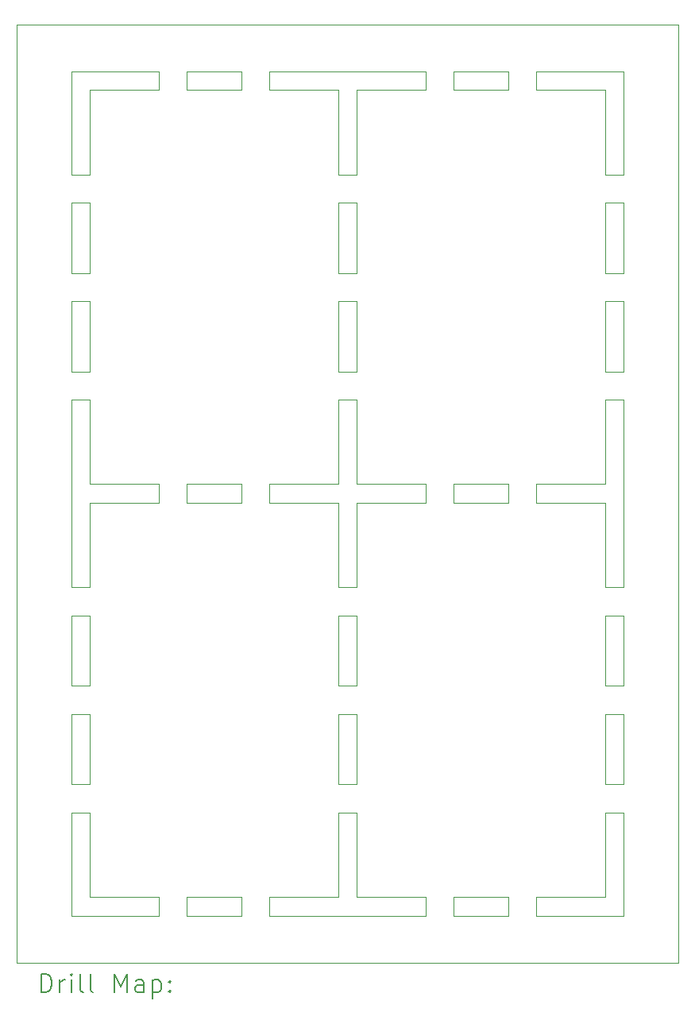
<source format=gbr>
%TF.GenerationSoftware,KiCad,Pcbnew,9.0.4*%
%TF.CreationDate,2025-08-20T18:38:41-04:00*%
%TF.ProjectId,jlc_pcba,6a6c635f-7063-4626-912e-6b696361645f,rev?*%
%TF.SameCoordinates,Original*%
%TF.FileFunction,Drillmap*%
%TF.FilePolarity,Positive*%
%FSLAX45Y45*%
G04 Gerber Fmt 4.5, Leading zero omitted, Abs format (unit mm)*
G04 Created by KiCad (PCBNEW 9.0.4) date 2025-08-20 18:38:41*
%MOMM*%
%LPD*%
G01*
G04 APERTURE LIST*
%ADD10C,0.100000*%
%ADD11C,0.200000*%
G04 APERTURE END LIST*
D10*
X5237000Y-500000D02*
X5237000Y-700000D01*
X4655000Y-5000100D02*
X4655000Y-4999900D01*
X577000Y-2950000D02*
X777000Y-2950000D01*
X6269000Y-2950000D02*
X6469000Y-2950000D01*
X6269000Y-7050000D02*
X6269000Y-6300000D01*
X3523100Y-2950000D02*
X3623000Y-2950000D01*
X777000Y-7050000D02*
X577000Y-7050000D01*
X577000Y-1600000D02*
X577000Y-500000D01*
X3623000Y-2950000D02*
X3623000Y-3700000D01*
X2691000Y-5000100D02*
X2691000Y-4999900D01*
X3522900Y-1900000D02*
X3523100Y-1900000D01*
X3423000Y-8400000D02*
X3522900Y-8400000D01*
X2391000Y-700000D02*
X1809000Y-700000D01*
X5237000Y-9300000D02*
X5237000Y-9500000D01*
X577000Y-7050000D02*
X577000Y-6300000D01*
X3523100Y-4000000D02*
X3623000Y-4000000D01*
X3423000Y-5100000D02*
X2691000Y-5100000D01*
X3522900Y-8400000D02*
X3523100Y-8400000D01*
X3423000Y-9300000D02*
X3423000Y-8400000D01*
X3623000Y-7050000D02*
X3523100Y-7050000D01*
X4655000Y-4999900D02*
X4655000Y-4900000D01*
X777000Y-2950000D02*
X777000Y-3700000D01*
X6469000Y-6300000D02*
X6469000Y-7050000D01*
X6469000Y-7350000D02*
X6469000Y-8100000D01*
X3423000Y-1600000D02*
X3423000Y-700000D01*
X1509000Y-4900000D02*
X1509000Y-4999900D01*
X2391000Y-5100000D02*
X1809000Y-5100000D01*
X3423000Y-7350000D02*
X3522900Y-7350000D01*
X4355000Y-9300000D02*
X4355000Y-9500000D01*
X1509000Y-700000D02*
X777000Y-700000D01*
X0Y0D02*
X0Y-10000000D01*
X3523100Y-3700000D02*
X3522900Y-3700000D01*
X5537000Y-5100000D02*
X5537000Y-5000100D01*
X1809000Y-700000D02*
X1809000Y-500000D01*
X777000Y-9300000D02*
X1509000Y-9300000D01*
X3423000Y-7050000D02*
X3423000Y-6300000D01*
X2391000Y-4999900D02*
X2391000Y-5000100D01*
X3623000Y-1600000D02*
X3523100Y-1600000D01*
X3522900Y-8100000D02*
X3423000Y-8100000D01*
X577000Y-8100000D02*
X577000Y-7350000D01*
X6469000Y-1900000D02*
X6469000Y-2650000D01*
X3522900Y-2950000D02*
X3523100Y-2950000D01*
X3522900Y-6300000D02*
X3523100Y-6300000D01*
X3623000Y-2650000D02*
X3523100Y-2650000D01*
X6269000Y-6000000D02*
X6269000Y-5100000D01*
X0Y-10000000D02*
X7046000Y-10000000D01*
X6469000Y-4000000D02*
X6469000Y-6000000D01*
X2391000Y-9500000D02*
X1809000Y-9500000D01*
X577000Y-6000000D02*
X577000Y-4000000D01*
X5237000Y-4900000D02*
X5237000Y-4999900D01*
X3623000Y-3700000D02*
X3523100Y-3700000D01*
X3623000Y-8100000D02*
X3523100Y-8100000D01*
X777000Y-7350000D02*
X777000Y-8100000D01*
X6469000Y-9500000D02*
X5537000Y-9500000D01*
X777000Y-8400000D02*
X777000Y-9300000D01*
X5537000Y-5000100D02*
X5537000Y-4999900D01*
X3423000Y-700000D02*
X2691000Y-700000D01*
X6269000Y-700000D02*
X5537000Y-700000D01*
X577000Y-500000D02*
X1509000Y-500000D01*
X6269000Y-1600000D02*
X6269000Y-700000D01*
X577000Y-7350000D02*
X777000Y-7350000D01*
X4655000Y-9500000D02*
X4655000Y-9300000D01*
X3523100Y-8100000D02*
X3522900Y-8100000D01*
X6469000Y-2650000D02*
X6269000Y-2650000D01*
X6269000Y-7350000D02*
X6469000Y-7350000D01*
X4655000Y-9300000D02*
X5237000Y-9300000D01*
X1809000Y-9300000D02*
X2391000Y-9300000D01*
X3522900Y-7350000D02*
X3523100Y-7350000D01*
X777000Y-6000000D02*
X577000Y-6000000D01*
X3523100Y-6000000D02*
X3522900Y-6000000D01*
X2391000Y-4900000D02*
X2391000Y-4999900D01*
X6269000Y-8100000D02*
X6269000Y-7350000D01*
X2691000Y-5100000D02*
X2691000Y-5000100D01*
X5537000Y-4999900D02*
X5537000Y-4900000D01*
X6269000Y-2650000D02*
X6269000Y-1900000D01*
X777000Y-6300000D02*
X777000Y-7050000D01*
X6269000Y-6300000D02*
X6469000Y-6300000D01*
X1509000Y-4999900D02*
X1509000Y-5000100D01*
X3623000Y-700000D02*
X3623000Y-1600000D01*
X1509000Y-5100000D02*
X777000Y-5100000D01*
X3522900Y-2650000D02*
X3423000Y-2650000D01*
X1809000Y-4900000D02*
X2391000Y-4900000D01*
X4655000Y-5100000D02*
X4655000Y-5000100D01*
X777000Y-3700000D02*
X577000Y-3700000D01*
X3522900Y-4000000D02*
X3523100Y-4000000D01*
X2691000Y-4999900D02*
X2691000Y-4900000D01*
X1809000Y-5100000D02*
X1809000Y-5000100D01*
X6269000Y-4900000D02*
X6269000Y-4000000D01*
X777000Y-1600000D02*
X577000Y-1600000D01*
X6269000Y-3700000D02*
X6269000Y-2950000D01*
X3522900Y-7050000D02*
X3423000Y-7050000D01*
X577000Y-4000000D02*
X777000Y-4000000D01*
X6269000Y-5100000D02*
X5537000Y-5100000D01*
X3522900Y-3700000D02*
X3423000Y-3700000D01*
X3522900Y-6000000D02*
X3423000Y-6000000D01*
X577000Y-6300000D02*
X777000Y-6300000D01*
X777000Y-4000000D02*
X777000Y-4900000D01*
X6469000Y-6000000D02*
X6269000Y-6000000D01*
X6469000Y-7050000D02*
X6269000Y-7050000D01*
X3623000Y-9300000D02*
X4355000Y-9300000D01*
X2691000Y-9500000D02*
X2691000Y-9300000D01*
X6469000Y-8100000D02*
X6269000Y-8100000D01*
X1509000Y-500000D02*
X1509000Y-700000D01*
X5537000Y-9300000D02*
X6269000Y-9300000D01*
X577000Y-1900000D02*
X777000Y-1900000D01*
X2691000Y-700000D02*
X2691000Y-500000D01*
X2691000Y-9300000D02*
X3423000Y-9300000D01*
X6469000Y-500000D02*
X6469000Y-1600000D01*
X6269000Y-8400000D02*
X6469000Y-8400000D01*
X577000Y-2650000D02*
X577000Y-1900000D01*
X777000Y-2650000D02*
X577000Y-2650000D01*
X777000Y-700000D02*
X777000Y-1600000D01*
X777000Y-4900000D02*
X1509000Y-4900000D01*
X1809000Y-4999900D02*
X1809000Y-4900000D01*
X6269000Y-9300000D02*
X6269000Y-8400000D01*
X3623000Y-1900000D02*
X3623000Y-2650000D01*
X3423000Y-2650000D02*
X3423000Y-1900000D01*
X1809000Y-9500000D02*
X1809000Y-9300000D01*
X577000Y-8400000D02*
X777000Y-8400000D01*
X1509000Y-5000100D02*
X1509000Y-5100000D01*
X577000Y-3700000D02*
X577000Y-2950000D01*
X4355000Y-4900000D02*
X4355000Y-4999900D01*
X3423000Y-6000000D02*
X3423000Y-5100000D01*
X3523100Y-2650000D02*
X3522900Y-2650000D01*
X4355000Y-5000100D02*
X4355000Y-5100000D01*
X3623000Y-6000000D02*
X3523100Y-6000000D01*
X5537000Y-4900000D02*
X6269000Y-4900000D01*
X3423000Y-1900000D02*
X3522900Y-1900000D01*
X2391000Y-500000D02*
X2391000Y-700000D01*
X6469000Y-2950000D02*
X6469000Y-3700000D01*
X1509000Y-9500000D02*
X577000Y-9500000D01*
X5237000Y-5000100D02*
X5237000Y-5100000D01*
X3523100Y-6300000D02*
X3623000Y-6300000D01*
X2691000Y-4900000D02*
X3423000Y-4900000D01*
X577000Y-9500000D02*
X577000Y-8400000D01*
X6469000Y-8400000D02*
X6469000Y-9500000D01*
X1809000Y-5000100D02*
X1809000Y-4999900D01*
X5237000Y-9500000D02*
X4655000Y-9500000D01*
X3623000Y-7350000D02*
X3623000Y-8100000D01*
X777000Y-1900000D02*
X777000Y-2650000D01*
X4355000Y-500000D02*
X4355000Y-700000D01*
X5237000Y-5100000D02*
X4655000Y-5100000D01*
X1809000Y-500000D02*
X2391000Y-500000D01*
X5237000Y-700000D02*
X4655000Y-700000D01*
X6269000Y-1900000D02*
X6469000Y-1900000D01*
X777000Y-8100000D02*
X577000Y-8100000D01*
X2391000Y-5000100D02*
X2391000Y-5100000D01*
X3522900Y-1600000D02*
X3423000Y-1600000D01*
X4355000Y-9500000D02*
X2691000Y-9500000D01*
X7046000Y-10000000D02*
X7046000Y0D01*
X5537000Y-700000D02*
X5537000Y-500000D01*
X3423000Y-3700000D02*
X3423000Y-2950000D01*
X2391000Y-9300000D02*
X2391000Y-9500000D01*
X1509000Y-9300000D02*
X1509000Y-9500000D01*
X4655000Y-4900000D02*
X5237000Y-4900000D01*
X3423000Y-2950000D02*
X3522900Y-2950000D01*
X3623000Y-5100000D02*
X3623000Y-6000000D01*
X7046000Y0D02*
X0Y0D01*
X4355000Y-5100000D02*
X3623000Y-5100000D01*
X3623000Y-8400000D02*
X3623000Y-9300000D01*
X6469000Y-3700000D02*
X6269000Y-3700000D01*
X3623000Y-4900000D02*
X4355000Y-4900000D01*
X5537000Y-500000D02*
X6469000Y-500000D01*
X4355000Y-4999900D02*
X4355000Y-5000100D01*
X3423000Y-4900000D02*
X3423000Y-4000000D01*
X4655000Y-700000D02*
X4655000Y-500000D01*
X777000Y-5100000D02*
X777000Y-6000000D01*
X3523100Y-1600000D02*
X3522900Y-1600000D01*
X3423000Y-4000000D02*
X3522900Y-4000000D01*
X3623000Y-6300000D02*
X3623000Y-7050000D01*
X6469000Y-1600000D02*
X6269000Y-1600000D01*
X3523100Y-7050000D02*
X3522900Y-7050000D01*
X3523100Y-8400000D02*
X3623000Y-8400000D01*
X3523100Y-1900000D02*
X3623000Y-1900000D01*
X6269000Y-4000000D02*
X6469000Y-4000000D01*
X4355000Y-700000D02*
X3623000Y-700000D01*
X3523100Y-7350000D02*
X3623000Y-7350000D01*
X3423000Y-6300000D02*
X3522900Y-6300000D01*
X4655000Y-500000D02*
X5237000Y-500000D01*
X2691000Y-500000D02*
X4355000Y-500000D01*
X3623000Y-4000000D02*
X3623000Y-4900000D01*
X5237000Y-4999900D02*
X5237000Y-5000100D01*
X3423000Y-8100000D02*
X3423000Y-7350000D01*
X5537000Y-9500000D02*
X5537000Y-9300000D01*
D11*
X255777Y-10316484D02*
X255777Y-10116484D01*
X255777Y-10116484D02*
X303396Y-10116484D01*
X303396Y-10116484D02*
X331967Y-10126008D01*
X331967Y-10126008D02*
X351015Y-10145055D01*
X351015Y-10145055D02*
X360539Y-10164103D01*
X360539Y-10164103D02*
X370062Y-10202198D01*
X370062Y-10202198D02*
X370062Y-10230770D01*
X370062Y-10230770D02*
X360539Y-10268865D01*
X360539Y-10268865D02*
X351015Y-10287912D01*
X351015Y-10287912D02*
X331967Y-10306960D01*
X331967Y-10306960D02*
X303396Y-10316484D01*
X303396Y-10316484D02*
X255777Y-10316484D01*
X455777Y-10316484D02*
X455777Y-10183150D01*
X455777Y-10221246D02*
X465301Y-10202198D01*
X465301Y-10202198D02*
X474824Y-10192674D01*
X474824Y-10192674D02*
X493872Y-10183150D01*
X493872Y-10183150D02*
X512920Y-10183150D01*
X579586Y-10316484D02*
X579586Y-10183150D01*
X579586Y-10116484D02*
X570063Y-10126008D01*
X570063Y-10126008D02*
X579586Y-10135531D01*
X579586Y-10135531D02*
X589110Y-10126008D01*
X589110Y-10126008D02*
X579586Y-10116484D01*
X579586Y-10116484D02*
X579586Y-10135531D01*
X703396Y-10316484D02*
X684348Y-10306960D01*
X684348Y-10306960D02*
X674824Y-10287912D01*
X674824Y-10287912D02*
X674824Y-10116484D01*
X808158Y-10316484D02*
X789110Y-10306960D01*
X789110Y-10306960D02*
X779586Y-10287912D01*
X779586Y-10287912D02*
X779586Y-10116484D01*
X1036729Y-10316484D02*
X1036729Y-10116484D01*
X1036729Y-10116484D02*
X1103396Y-10259341D01*
X1103396Y-10259341D02*
X1170063Y-10116484D01*
X1170063Y-10116484D02*
X1170063Y-10316484D01*
X1351015Y-10316484D02*
X1351015Y-10211722D01*
X1351015Y-10211722D02*
X1341491Y-10192674D01*
X1341491Y-10192674D02*
X1322444Y-10183150D01*
X1322444Y-10183150D02*
X1284348Y-10183150D01*
X1284348Y-10183150D02*
X1265301Y-10192674D01*
X1351015Y-10306960D02*
X1331967Y-10316484D01*
X1331967Y-10316484D02*
X1284348Y-10316484D01*
X1284348Y-10316484D02*
X1265301Y-10306960D01*
X1265301Y-10306960D02*
X1255777Y-10287912D01*
X1255777Y-10287912D02*
X1255777Y-10268865D01*
X1255777Y-10268865D02*
X1265301Y-10249817D01*
X1265301Y-10249817D02*
X1284348Y-10240293D01*
X1284348Y-10240293D02*
X1331967Y-10240293D01*
X1331967Y-10240293D02*
X1351015Y-10230770D01*
X1446253Y-10183150D02*
X1446253Y-10383150D01*
X1446253Y-10192674D02*
X1465301Y-10183150D01*
X1465301Y-10183150D02*
X1503396Y-10183150D01*
X1503396Y-10183150D02*
X1522443Y-10192674D01*
X1522443Y-10192674D02*
X1531967Y-10202198D01*
X1531967Y-10202198D02*
X1541491Y-10221246D01*
X1541491Y-10221246D02*
X1541491Y-10278389D01*
X1541491Y-10278389D02*
X1531967Y-10297436D01*
X1531967Y-10297436D02*
X1522443Y-10306960D01*
X1522443Y-10306960D02*
X1503396Y-10316484D01*
X1503396Y-10316484D02*
X1465301Y-10316484D01*
X1465301Y-10316484D02*
X1446253Y-10306960D01*
X1627205Y-10297436D02*
X1636729Y-10306960D01*
X1636729Y-10306960D02*
X1627205Y-10316484D01*
X1627205Y-10316484D02*
X1617682Y-10306960D01*
X1617682Y-10306960D02*
X1627205Y-10297436D01*
X1627205Y-10297436D02*
X1627205Y-10316484D01*
X1627205Y-10192674D02*
X1636729Y-10202198D01*
X1636729Y-10202198D02*
X1627205Y-10211722D01*
X1627205Y-10211722D02*
X1617682Y-10202198D01*
X1617682Y-10202198D02*
X1627205Y-10192674D01*
X1627205Y-10192674D02*
X1627205Y-10211722D01*
M02*

</source>
